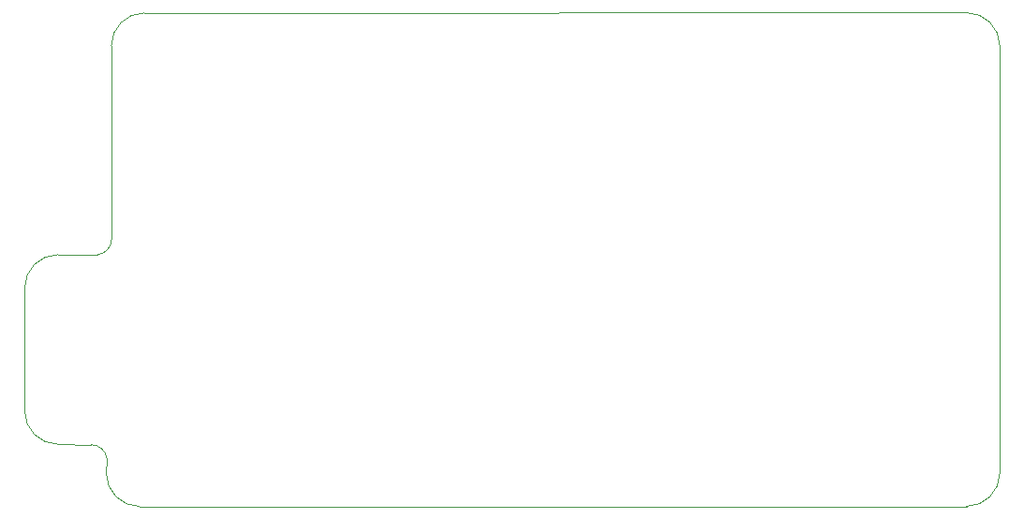
<source format=gbr>
%TF.GenerationSoftware,KiCad,Pcbnew,8.0.0*%
%TF.CreationDate,2024-05-31T14:38:24-05:00*%
%TF.ProjectId,CyberTastic,43796265-7254-4617-9374-69632e6b6963,rev?*%
%TF.SameCoordinates,Original*%
%TF.FileFunction,Profile,NP*%
%FSLAX46Y46*%
G04 Gerber Fmt 4.6, Leading zero omitted, Abs format (unit mm)*
G04 Created by KiCad (PCBNEW 8.0.0) date 2024-05-31 14:38:24*
%MOMM*%
%LPD*%
G01*
G04 APERTURE LIST*
%TA.AperFunction,Profile*%
%ADD10C,0.050000*%
%TD*%
G04 APERTURE END LIST*
D10*
X112860314Y-136442744D02*
G75*
G02*
X111597914Y-137882084I-1451740J0D01*
G01*
X105000000Y-140878680D02*
G75*
G02*
X108000000Y-137878680I3000000J0D01*
G01*
X108000000Y-155000000D02*
G75*
G02*
X105000000Y-152000000I0J3000000D01*
G01*
X111000000Y-155048260D02*
G75*
G02*
X112439340Y-156310660I0J-1451740D01*
G01*
X115378680Y-160621320D02*
G75*
G02*
X112378680Y-157621320I0J3000000D01*
G01*
X193121320Y-157621320D02*
G75*
G02*
X190121320Y-160621320I-3000000J0D01*
G01*
X190121320Y-116000000D02*
G75*
G02*
X193121320Y-119000000I0J-3000000D01*
G01*
X112821320Y-119021320D02*
G75*
G02*
X115821320Y-116021320I3000000J0D01*
G01*
X112860314Y-136442744D02*
X112821320Y-119021320D01*
X108000000Y-137878680D02*
X111597914Y-137882084D01*
X105000000Y-152000000D02*
X105000000Y-140878680D01*
X111000000Y-155048260D02*
X108000000Y-155000000D01*
X112378680Y-157621320D02*
X112439340Y-156310660D01*
X190121320Y-160621320D02*
X115378680Y-160621320D01*
X193121320Y-119000000D02*
X193121320Y-157621320D01*
X115821320Y-116021320D02*
X190121320Y-116000000D01*
M02*

</source>
